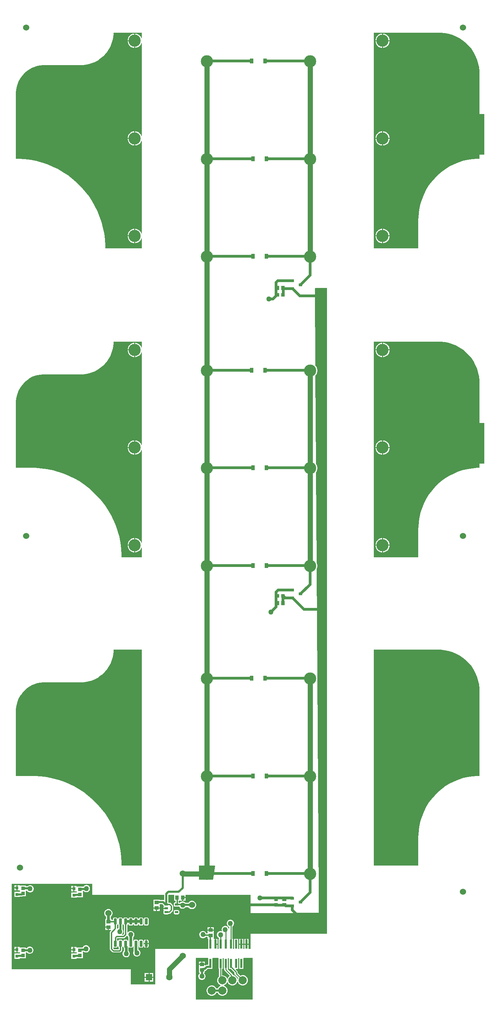
<source format=gbr>
%FSTAX23Y23*%
%MOIN*%
%SFA1B1*%

%IPPOS*%
%AMD12*
4,1,8,-0.015700,0.008900,-0.015700,-0.008900,-0.013800,-0.010800,0.013800,-0.010800,0.015700,-0.008900,0.015700,0.008900,0.013800,0.010800,-0.013800,0.010800,-0.015700,0.008900,0.0*
1,1,0.003898,-0.013800,0.008900*
1,1,0.003898,-0.013800,-0.008900*
1,1,0.003898,0.013800,-0.008900*
1,1,0.003898,0.013800,0.008900*
%
%AMD15*
4,1,8,-0.009800,-0.028500,0.009800,-0.028500,0.011800,-0.026500,0.011800,0.026500,0.009800,0.028500,-0.009800,0.028500,-0.011800,0.026500,-0.011800,-0.026500,-0.009800,-0.028500,0.0*
1,1,0.004016,-0.009800,-0.026500*
1,1,0.004016,0.009800,-0.026500*
1,1,0.004016,0.009800,0.026500*
1,1,0.004016,-0.009800,0.026500*
%
%ADD10R,0.039370X0.035433*%
%ADD11R,0.022079X0.085874*%
G04~CAMADD=12~8~0.0~0.0~216.5~315.0~19.5~0.0~15~0.0~0.0~0.0~0.0~0~0.0~0.0~0.0~0.0~0~0.0~0.0~0.0~90.0~314.0~216.0*
%ADD12D12*%
%ADD13R,0.035433X0.039370*%
%ADD14R,0.037401X0.033465*%
G04~CAMADD=15~8~0.0~0.0~236.2~570.9~20.1~0.0~15~0.0~0.0~0.0~0.0~0~0.0~0.0~0.0~0.0~0~0.0~0.0~0.0~180.0~236.0~570.0*
%ADD15D15*%
%ADD16R,0.031496X0.031496*%
%ADD17R,0.033465X0.037401*%
%ADD18R,0.035433X0.031496*%
%ADD19R,0.035827X0.048031*%
%ADD20C,0.020000*%
%ADD21C,0.025000*%
%ADD22C,0.012000*%
%ADD23C,0.050000*%
%ADD24C,0.010000*%
%ADD25R,0.393700X0.393700*%
%ADD26C,0.060000*%
%ADD27C,0.078740*%
%ADD28R,0.062992X0.062992*%
%ADD29C,0.062992*%
%ADD30C,0.118110*%
%ADD31R,0.039370X0.039370*%
%ADD32C,0.102362*%
%ADD33C,0.050000*%
%LNmain_copper_signal_top-1*%
%LPD*%
G36*
X02401Y09541D02*
X02396Y0954D01*
X02392Y09549*
X02385Y0956*
X02375Y0957*
X02364Y09578*
X02351Y09583*
X02338Y09585*
X02336*
Y09516*
Y09447*
X02338*
X02351Y0945*
X02364Y09455*
X02375Y09463*
X02385Y09472*
X02392Y09484*
X02396Y09493*
X02401Y09492*
Y08596*
X02396Y08595*
X02392Y08604*
X02385Y08615*
X02375Y08625*
X02364Y08633*
X02351Y08638*
X02338Y0864*
X02336*
Y08571*
Y08502*
X02338*
X02351Y08505*
X02364Y0851*
X02375Y08518*
X02385Y08527*
X02392Y08539*
X02396Y08548*
X02401Y08547*
Y07651*
X02396Y0765*
X02392Y07659*
X02385Y07671*
X02375Y0768*
X02364Y07688*
X02351Y07693*
X02338Y07696*
X02336*
Y07627*
Y07557*
X02338*
X02351Y0756*
X02364Y07565*
X02375Y07573*
X02385Y07583*
X02392Y07594*
X02396Y07603*
X02401Y07602*
Y07508*
X02047*
X02046Y07537*
X02043Y07593*
X02035Y0765*
X02024Y07705*
X02009Y0776*
X01991Y07814*
X0197Y07866*
X01944Y07917*
X01916Y07966*
X01885Y08013*
X0185Y08058*
X01813Y08101*
X01773Y08141*
X0173Y08178*
X01685Y08212*
X01638Y08244*
X01589Y08272*
X01538Y08297*
X01486Y08319*
X01432Y08337*
X01377Y08352*
X01322Y08363*
X01265Y0837*
X01209Y08374*
X01181Y08375*
Y08375*
X01181Y09005*
Y09018*
X01183Y09045*
X01189Y09072*
X01196Y09097*
X01207Y09122*
X0122Y09146*
X01235Y09169*
X01252Y0919*
X01271Y09209*
X01292Y09226*
X01314Y09241*
X01338Y09254*
X01363Y09264*
X01389Y09272*
X01416Y09277*
X01443Y0928*
X01456*
X01811Y0928*
X01826Y0928*
X01857Y09283*
X01887Y0929*
X01917Y09299*
X01945Y0931*
X01972Y09325*
X01998Y09342*
X02022Y09362*
X02044Y09384*
X02064Y09407*
X02081Y09433*
X02095Y0946*
X02107Y09489*
X02116Y09519*
X02122Y09549*
X02125Y0958*
X02125Y09595*
X02125*
X02401*
Y09541*
G37*
G36*
X05275Y09595D02*
D01*
X05294*
X05333Y09591*
X05371Y09584*
X05408Y09572*
X05444Y09558*
X05478Y09539*
X0551Y09518*
X0554Y09493*
X05567Y09466*
X05592Y09436*
X05613Y09404*
X05631Y0937*
X05646Y09334*
X05657Y09297*
X05665Y09259*
X05669Y09221*
X05669Y09201*
X05669Y08375*
X05669Y08375*
X05646Y08374*
X05599Y0837*
X05554Y08363*
X05508Y08352*
X05464Y08338*
X05422Y0832*
X0538Y08299*
X05341Y08275*
X05303Y08248*
X05268Y08218*
X05235Y08185*
X05205Y0815*
X05178Y08112*
X05154Y08073*
X05132Y08031*
X05115Y07988*
X051Y07944*
X0509Y07899*
X05082Y07853*
X05079Y07807*
X05078Y07784*
Y07508*
X04645*
Y09595*
X05275*
X05275Y09595*
G37*
G36*
X02401Y06549D02*
X02396Y06548D01*
X02392Y06557*
X02385Y06568*
X02375Y06578*
X02364Y06585*
X02351Y06591*
X02338Y06593*
X02336*
Y06524*
Y06455*
X02338*
X02351Y06458*
X02364Y06463*
X02375Y06471*
X02385Y0648*
X02392Y06491*
X02396Y06501*
X02401Y065*
Y05604*
X02396Y05603*
X02392Y05612*
X02385Y05623*
X02375Y05633*
X02364Y0564*
X02351Y05646*
X02338Y05648*
X02336*
Y05579*
Y0551*
X02338*
X02351Y05513*
X02364Y05518*
X02375Y05526*
X02385Y05535*
X02392Y05547*
X02396Y05556*
X02401Y05555*
Y04659*
X02396Y04658*
X02392Y04667*
X02385Y04678*
X02375Y04688*
X02364Y04696*
X02351Y04701*
X02338Y04703*
X02336*
Y04634*
Y04565*
X02338*
X02351Y04568*
X02364Y04573*
X02375Y04581*
X02385Y0459*
X02392Y04602*
X02396Y04611*
X02401Y0461*
Y04516*
X02204*
X02204Y04545*
X022Y04601*
X02193Y04657*
X02182Y04713*
X02167Y04768*
X02149Y04821*
X02127Y04874*
X02102Y04925*
X02074Y04974*
X02042Y05021*
X02008Y05066*
X0197Y05108*
X0193Y05148*
X01888Y05186*
X01843Y0522*
X01795Y05252*
X01746Y0528*
X01696Y05305*
X01643Y05327*
X0159Y05345*
X01535Y0536*
X01479Y05371*
X01423Y05378*
X01366Y05382*
X01338Y05382*
X01338Y05382*
X01181*
X01181Y06012*
Y06026*
X01183Y06053*
X01189Y06079*
X01196Y06105*
X01207Y0613*
X0122Y06154*
X01235Y06177*
X01252Y06198*
X01271Y06217*
X01292Y06234*
X01314Y06249*
X01338Y06262*
X01363Y06272*
X01389Y0628*
X01416Y06285*
X01443Y06288*
X01456*
X01811*
X01826Y06288*
X01857Y06291*
X01887Y06297*
X01917Y06306*
X01945Y06318*
X01972Y06333*
X01998Y0635*
X02022Y0637*
X02044Y06391*
X02064Y06415*
X02081Y06441*
X02095Y06468*
X02107Y06497*
X02116Y06526*
X02122Y06557*
X02125Y06587*
X02125Y06603*
X02125Y06603*
X02401*
Y06549*
G37*
G36*
X05275Y06603D02*
D01*
X05294*
X05333Y06599*
X05371Y06592*
X05408Y0658*
X05444Y06566*
X05478Y06547*
X0551Y06526*
X0554Y06501*
X05567Y06474*
X05592Y06444*
X05613Y06412*
X05631Y06378*
X05646Y06342*
X05657Y06305*
X05665Y06267*
X05669Y06229*
X05669Y06209*
X05669Y05382*
X05669Y05382*
X05646Y05382*
X05599Y05378*
X05554Y05371*
X05508Y0536*
X05464Y05346*
X05422Y05328*
X0538Y05307*
X05341Y05283*
X05303Y05256*
X05268Y05226*
X05235Y05193*
X05205Y05158*
X05178Y0512*
X05154Y0508*
X05132Y05039*
X05115Y04996*
X051Y04952*
X0509Y04907*
X05082Y04861*
X05079Y04815*
X05078Y04792*
Y04516*
X04645*
Y06603*
X05275*
X05275Y06603*
G37*
G36*
X02401Y01535D02*
X02204D01*
X02204Y01563*
X022Y0162*
X02193Y01676*
X02182Y01732*
X02167Y01786*
X02149Y0184*
X02127Y01892*
X02102Y01943*
X02074Y01992*
X02042Y02039*
X02008Y02084*
X0197Y02127*
X0193Y02167*
X01888Y02204*
X01843Y02239*
X01795Y0227*
X01746Y02299*
X01696Y02324*
X01643Y02346*
X0159Y02364*
X01535Y02378*
X01479Y0239*
X01423Y02397*
X01366Y02401*
X01338Y02401*
X01338*
X01181*
X01181Y03031*
Y03045*
X01183Y03071*
X01189Y03098*
X01196Y03124*
X01207Y03149*
X0122Y03173*
X01235Y03195*
X01252Y03216*
X01271Y03235*
X01292Y03253*
X01314Y03268*
X01338Y0328*
X01363Y03291*
X01389Y03299*
X01416Y03304*
X01443Y03307*
X01456*
X01811*
X01826Y03307*
X01857Y0331*
X01887Y03316*
X01917Y03325*
X01945Y03337*
X01972Y03351*
X01998Y03369*
X02022Y03388*
X02044Y0341*
X02064Y03434*
X02081Y0346*
X02095Y03487*
X02107Y03515*
X02116Y03545*
X02122Y03575*
X02125Y03606*
X02125Y03622*
X02125*
X02401*
Y01535*
G37*
G36*
X05275Y03622D02*
D01*
X05294*
X05333Y03618*
X05371Y0361*
X05408Y03599*
X05444Y03584*
X05478Y03566*
X0551Y03544*
X0554Y0352*
X05567Y03493*
X05592Y03463*
X05613Y0343*
X05631Y03396*
X05646Y03361*
X05657Y03324*
X05665Y03286*
X05669Y03247*
X05669Y03228*
X05669Y02401*
X05669*
X05646Y02401*
X05599Y02397*
X05554Y0239*
X05508Y02379*
X05464Y02365*
X05422Y02347*
X0538Y02326*
X05341Y02302*
X05303Y02274*
X05268Y02244*
X05235Y02211*
X05205Y02176*
X05178Y02139*
X05154Y02099*
X05132Y02058*
X05115Y02015*
X051Y01971*
X0509Y01926*
X05082Y0188*
X05079Y01834*
X05078Y01811*
Y01535*
X04645*
Y03622*
X05275*
X05275Y03622*
G37*
G36*
X03109Y01531D02*
X03089Y01397D01*
X02952*
Y01535*
X03106*
X03109Y01531*
G37*
G36*
X04194Y00875D02*
X04114D01*
X03454*
Y00728*
X03434*
Y00767*
X03413*
Y00772*
Y00767*
X03392*
Y00728*
X03384*
Y00767*
X03363*
X03342*
Y00728*
X03334*
Y00825*
X03292*
Y00728*
X03284*
Y00825*
X03278*
Y00945*
X03279Y00946*
X03285Y00952*
X0329Y0096*
X03292Y00969*
Y00979*
X0329Y00987*
X03285Y00995*
X03279Y01002*
X03271Y01007*
X03262Y01009*
X03253*
X03244Y01007*
X03236Y01002*
X03229Y00995*
X03225Y00987*
X03222Y00979*
Y00969*
X03225Y0096*
X03229Y00952*
X03236Y00946*
X03244Y00941*
X03247Y0094*
Y00923*
X03242Y00922*
X03241Y00928*
X03236Y00936*
X0323Y00943*
X03222Y00947*
X03213Y0095*
X03204*
X03195Y00947*
X03187Y00943*
X0318Y00936*
X03176Y00928*
X03173Y00919*
Y0091*
X03175Y00902*
X03174Y009*
X03172Y00898*
X03167Y00899*
X03157*
X03149Y00897*
X03141Y00892*
X03134Y00886*
X03129Y00878*
X03127Y00869*
Y0086*
X03129Y00851*
X03134Y00843*
X03141Y00836*
X03147Y00832*
Y00825*
X03142*
Y00728*
X03134*
Y00767*
X03113*
Y00772*
X03108*
Y00825*
X03099*
X03095Y00828*
Y00881*
Y00904*
X03036*
Y00877*
X03025*
X03024Y00879*
X0302Y00887*
X03013Y00894*
X03005Y00898*
X02996Y00901*
X02987*
X02978Y00898*
X0297Y00894*
X02964Y00887*
X02959Y00879*
X02957Y0087*
Y00861*
X02959Y00852*
X02964Y00844*
X0297Y00838*
X02978Y00833*
X02987Y00831*
X02996*
X03005Y00833*
X03013Y00838*
X0302Y00844*
X0302Y00844*
X03036*
Y00828*
X03038*
X03042Y00825*
Y00728*
X02529*
Y00383*
X02293*
Y00531*
X01141*
Y01358*
X01919*
Y0125*
X02617*
Y01203*
X02612Y012*
X02607Y01201*
X02572*
Y01204*
X02512*
Y01148*
Y01128*
X02542*
X02572*
Y01148*
Y0116*
X02598*
X02609Y01149*
Y01148*
X0261Y01143*
X02611Y01142*
X02613Y01138*
X02611Y01135*
X0261Y01133*
X02609Y01128*
Y01125*
X02635*
Y01115*
X02609*
Y01111*
X0261Y01106*
X02611Y01105*
X02613Y01101*
X02611Y01097*
X0261Y01096*
X02609Y01091*
Y01073*
X0261Y01069*
X02613Y01065*
X02617Y01062*
X02622Y01061*
X02649*
X02654Y01062*
X02658Y01065*
X02659Y01066*
X02667*
X02673Y01067*
X02678Y01071*
X02698Y0109*
X02702Y01096*
X02703Y01102*
Y01141*
X02702Y01147*
X02698Y01153*
X02682Y01169*
X02677Y01172*
X02671Y01173*
X02659*
X02658Y01174*
X02658Y01175*
Y0125*
X02714*
Y01195*
X02725*
Y01178*
X02722*
X02717Y01177*
X02713Y01174*
X02711Y01171*
X0271Y01166*
Y01148*
X02711Y01143*
X02713Y01139*
X02717Y01137*
X02722Y01136*
X0275*
X02754Y01137*
X02757Y01139*
X02761Y01138*
X02762Y01137*
X02767Y0113*
X02773Y01123*
X02781Y01118*
X0279Y01116*
X02799*
X02808Y01118*
X02816Y01123*
X02823Y0113*
X02824Y01131*
X02851*
X02853Y01128*
X0286Y0112*
X0287Y01115*
X0288Y01112*
X0289*
X029Y01115*
X0291Y0112*
X02917Y01128*
X02922Y01137*
X02925Y01147*
Y01157*
X02922Y01168*
X02917Y01177*
X0291Y01184*
X029Y01189*
X0289Y01192*
X0288*
X0287Y01189*
X0286Y01184*
X02853Y01177*
X0285Y01172*
X02823*
X02823Y01173*
X02816Y01179*
X02808Y01184*
X02799Y01186*
X0279*
X02781Y01184*
X02773Y01179*
X02767Y01173*
X02759*
X02758Y01174*
X02758Y01175*
Y01195*
X0279*
Y01224*
X02795*
Y01229*
X02822*
Y0125*
X03454*
Y01072*
X04114*
Y01256*
X04094Y04405*
X04097Y04414*
X041Y04428*
Y04441*
X04097Y04455*
X04093Y04465*
X04087Y0534*
X04092Y05347*
X04097Y05359*
X041Y05373*
Y05386*
X04097Y05399*
X04092Y05412*
X04087Y0542*
X04081Y06277*
X04085Y0628*
X04092Y06291*
X04097Y06304*
X041Y06317*
Y06331*
X04097Y06344*
X04092Y06357*
X04085Y06368*
X04081Y06372*
X04076Y07119*
X0408Y07122*
X04194*
Y00875*
G37*
G36*
X03474Y00236D02*
X02923D01*
Y00639*
X03037*
X03042Y00638*
Y00634*
Y00573*
X0303*
X0303*
X03022Y00571*
X03016Y00568*
X03011Y0057*
Y00572*
X02952*
Y0055*
Y00496*
X02961*
Y00491*
X0296Y0049*
X02954Y00484*
X02949Y00476*
X02947Y00467*
Y00457*
X02949Y00449*
X02954Y00441*
X0296Y00434*
X02968Y00429*
X02977Y00427*
X02986*
X02995Y00429*
X03003Y00434*
X0301Y00441*
X03014Y00449*
X03017Y00457*
Y00467*
X03014Y00476*
X0301Y00484*
X03003Y0049*
X03002Y00491*
Y00496*
X03011*
Y00512*
X03017Y00513*
X03023Y00517*
X03038Y00532*
X03062*
X03064Y00533*
X03084*
Y00634*
Y00638*
X03088Y00639*
X03137*
X03142Y00638*
Y00634*
Y00533*
X03147*
Y0046*
X0314Y00452*
X03133Y00441*
X0313Y00428*
Y00415*
X03133Y00403*
X0314Y00392*
X03149Y00382*
X0316Y00376*
X03163Y00375*
Y0037*
X0316Y0037*
X03149Y00363*
X0314Y00354*
X03134Y00344*
X03123*
X03117Y00354*
X03108Y00363*
X03097Y0037*
X03084Y00373*
X03071*
X03059Y0037*
X03048Y00363*
X03038Y00354*
X03032Y00343*
X03028Y0033*
Y00317*
X03032Y00304*
X03038Y00293*
X03048Y00284*
X03059Y00278*
X03071Y00274*
X03084*
X03097Y00278*
X03108Y00284*
X03117Y00293*
X03123Y00303*
X03134*
X0314Y00293*
X03149Y00284*
X0316Y00278*
X03173Y00274*
X03186*
X03198Y00278*
X0321Y00284*
X03219Y00293*
X03225Y00304*
X03229Y00317*
Y0033*
X03225Y00343*
X03219Y00354*
X0321Y00363*
X03198Y0037*
X03196Y0037*
Y00375*
X03198Y00376*
X0321Y00382*
X03219Y00392*
X03225Y00403*
X03226Y00406*
X03231*
X03232Y00404*
X03238Y00393*
X03248Y00384*
X03259Y00378*
X03271Y00374*
X03284*
X03297Y00378*
X03308Y00384*
X03317Y00393*
X03324Y00404*
X03325Y0041*
X0333*
X03332Y00404*
X03338Y00393*
X03348Y00384*
X03359Y00378*
X03371Y00374*
X03384*
X03397Y00378*
X03408Y00384*
X03417Y00393*
X03424Y00404*
X03427Y00417*
Y0043*
X03424Y00443*
X03417Y00454*
X03408Y00463*
X03397Y0047*
X03384Y00473*
X03371*
X03359Y0047*
X03355Y00468*
X03327Y00496*
Y00504*
X03326Y0051*
X03323Y00515*
X0331Y00528*
X03312Y00533*
X03334*
Y00636*
X03338Y00638*
X03342Y00636*
Y00533*
X03384*
Y00634*
Y00638*
X03388Y00639*
X03474*
Y00236*
G37*
G36*
X03192Y00636D02*
Y00533D01*
X03197*
Y00526*
X03199Y00521*
X03202Y00516*
X03249Y00468*
X03248Y00464*
X03247Y00463*
X03238Y00454*
X03232Y00443*
X03231Y00439*
X03226*
X03225Y00441*
X03219Y00452*
X0321Y00461*
X03198Y00468*
X03186Y00471*
X03178*
Y00533*
X03184*
Y00636*
X03188Y00638*
X03192Y00636*
G37*
G36*
X03242D02*
Y00533D01*
X03262*
X03297Y00498*
Y00489*
X03298Y00483*
X03301Y00478*
X03334Y00446*
X03332Y00443*
X0333Y00437*
X03325*
X03324Y00443*
X03317Y00454*
X03308Y00463*
X03297Y0047*
X03284Y00473*
X03283*
X03282Y00477*
X03279Y00482*
X03232Y00529*
X03234Y00533*
Y00636*
X03238Y00638*
X03242Y00636*
G37*
%LNmain_copper_signal_top-2*%
%LPC*%
G36*
X02326Y09585D02*
X02324D01*
X02311Y09583*
X02298Y09578*
X02287Y0957*
X02277Y0956*
X0227Y09549*
X02265Y09536*
X02262Y09523*
Y09521*
X02326*
Y09585*
G37*
G36*
Y09511D02*
X02262D01*
Y0951*
X02265Y09496*
X0227Y09484*
X02277Y09472*
X02287Y09463*
X02298Y09455*
X02311Y0945*
X02324Y09447*
X02326*
Y09511*
G37*
G36*
X01386Y08719D02*
X01382D01*
Y08616*
X01486*
Y08619*
X01483Y08636*
X01478Y08652*
X0147Y08668*
X0146Y08681*
X01448Y08694*
X01434Y08704*
X01419Y08711*
X01403Y08717*
X01386Y08719*
G37*
G36*
X01372D02*
X01369D01*
X01352Y08717*
X01336Y08711*
X01321Y08704*
X01307Y08694*
X01295Y08681*
X01285Y08668*
X01277Y08652*
X01272Y08636*
X01269Y08619*
Y08616*
X01372*
Y08719*
G37*
G36*
X02326Y0864D02*
X02324D01*
X02311Y08638*
X02298Y08633*
X02287Y08625*
X02277Y08615*
X0227Y08604*
X02265Y08592*
X02262Y08578*
Y08576*
X02326*
Y0864*
G37*
G36*
X01486Y08606D02*
X01382D01*
Y08502*
X01386*
X01403Y08505*
X01419Y0851*
X01434Y08518*
X01448Y08528*
X0146Y0854*
X0147Y08554*
X01478Y08569*
X01483Y08585*
X01486Y08602*
Y08606*
G37*
G36*
X01372D02*
X01269D01*
Y08602*
X01272Y08585*
X01277Y08569*
X01285Y08554*
X01295Y0854*
X01307Y08528*
X01321Y08518*
X01336Y0851*
X01352Y08505*
X01369Y08502*
X01372*
Y08606*
G37*
G36*
X02326Y08566D02*
X02262D01*
Y08565*
X02265Y08551*
X0227Y08539*
X02277Y08527*
X02287Y08518*
X02298Y0851*
X02311Y08505*
X02324Y08502*
X02326*
Y08566*
G37*
G36*
Y07696D02*
X02324D01*
X02311Y07693*
X02298Y07688*
X02287Y0768*
X02277Y07671*
X0227Y07659*
X02265Y07647*
X02262Y07633*
Y07632*
X02326*
Y07696*
G37*
G36*
Y07622D02*
X02262D01*
Y0762*
X02265Y07606*
X0227Y07594*
X02277Y07583*
X02287Y07573*
X02298Y07565*
X02311Y0756*
X02324Y07557*
X02326*
Y07622*
G37*
G36*
X04738Y09585D02*
X04736D01*
Y09521*
X048*
Y09523*
X04797Y09536*
X04792Y09549*
X04785Y0956*
X04775Y0957*
X04764Y09578*
X04751Y09583*
X04738Y09585*
G37*
G36*
X04726D02*
X04724D01*
X04711Y09583*
X04698Y09578*
X04687Y0957*
X04677Y0956*
X0467Y09549*
X04665Y09536*
X04662Y09523*
Y09521*
X04726*
Y09585*
G37*
G36*
X048Y09511D02*
X04736D01*
Y09447*
X04738*
X04751Y0945*
X04764Y09455*
X04775Y09463*
X04785Y09472*
X04792Y09484*
X04797Y09496*
X048Y0951*
Y09511*
G37*
G36*
X04726D02*
X04662D01*
Y0951*
X04665Y09496*
X0467Y09484*
X04677Y09472*
X04687Y09463*
X04698Y09455*
X04711Y0945*
X04724Y09447*
X04726*
Y09511*
G37*
G36*
X05528Y08719D02*
X05524D01*
Y08616*
X05628*
Y08619*
X05625Y08636*
X0562Y08652*
X05612Y08668*
X05602Y08681*
X0559Y08694*
X05576Y08704*
X05561Y08711*
X05545Y08717*
X05528Y08719*
G37*
G36*
X05514D02*
X05511D01*
X05494Y08717*
X05478Y08711*
X05462Y08704*
X05449Y08694*
X05436Y08681*
X05426Y08668*
X05419Y08652*
X05413Y08636*
X05411Y08619*
Y08616*
X05514*
Y08719*
G37*
G36*
X04738Y0864D02*
X04736D01*
Y08576*
X048*
Y08578*
X04797Y08592*
X04792Y08604*
X04785Y08615*
X04775Y08625*
X04764Y08633*
X04751Y08638*
X04738Y0864*
G37*
G36*
X04726D02*
X04724D01*
X04711Y08638*
X04698Y08633*
X04687Y08625*
X04677Y08615*
X0467Y08604*
X04665Y08592*
X04662Y08578*
Y08576*
X04726*
Y0864*
G37*
G36*
X05628Y08606D02*
X05524D01*
Y08502*
X05528*
X05545Y08505*
X05561Y0851*
X05576Y08518*
X0559Y08528*
X05602Y0854*
X05612Y08554*
X0562Y08569*
X05625Y08585*
X05628Y08602*
Y08606*
G37*
G36*
X05514D02*
X05411D01*
Y08602*
X05413Y08585*
X05419Y08569*
X05426Y08554*
X05436Y0854*
X05449Y08528*
X05462Y08518*
X05478Y0851*
X05494Y08505*
X05511Y08502*
X05514*
Y08606*
G37*
G36*
X048Y08566D02*
X04736D01*
Y08502*
X04738*
X04751Y08505*
X04764Y0851*
X04775Y08518*
X04785Y08527*
X04792Y08539*
X04797Y08551*
X048Y08565*
Y08566*
G37*
G36*
X04726D02*
X04662D01*
Y08565*
X04665Y08551*
X0467Y08539*
X04677Y08527*
X04687Y08518*
X04698Y0851*
X04711Y08505*
X04724Y08502*
X04726*
Y08566*
G37*
G36*
X04738Y07696D02*
X04736D01*
Y07632*
X048*
Y07633*
X04797Y07647*
X04792Y07659*
X04785Y07671*
X04775Y0768*
X04764Y07688*
X04751Y07693*
X04738Y07696*
G37*
G36*
X04726D02*
X04724D01*
X04711Y07693*
X04698Y07688*
X04687Y0768*
X04677Y07671*
X0467Y07659*
X04665Y07647*
X04662Y07633*
Y07632*
X04726*
Y07696*
G37*
G36*
X048Y07622D02*
X04736D01*
Y07557*
X04738*
X04751Y0756*
X04764Y07565*
X04775Y07573*
X04785Y07583*
X04792Y07594*
X04797Y07606*
X048Y0762*
Y07622*
G37*
G36*
X04726D02*
X04662D01*
Y0762*
X04665Y07606*
X0467Y07594*
X04677Y07583*
X04687Y07573*
X04698Y07565*
X04711Y0756*
X04724Y07557*
X04726*
Y07622*
G37*
G36*
X02326Y06593D02*
X02324D01*
X02311Y06591*
X02298Y06585*
X02287Y06578*
X02277Y06568*
X0227Y06557*
X02265Y06544*
X02262Y06531*
Y06529*
X02326*
Y06593*
G37*
G36*
Y06519D02*
X02262D01*
Y06517*
X02265Y06504*
X0227Y06491*
X02277Y0648*
X02287Y06471*
X02298Y06463*
X02311Y06458*
X02324Y06455*
X02326*
Y06519*
G37*
G36*
X01386Y05727D02*
X01382D01*
Y05624*
X01486*
Y05627*
X01483Y05644*
X01478Y0566*
X0147Y05676*
X0146Y05689*
X01448Y05701*
X01434Y05711*
X01419Y05719*
X01403Y05724*
X01386Y05727*
G37*
G36*
X01372D02*
X01369D01*
X01352Y05724*
X01336Y05719*
X01321Y05711*
X01307Y05701*
X01295Y05689*
X01285Y05676*
X01277Y0566*
X01272Y05644*
X01269Y05627*
Y05624*
X01372*
Y05727*
G37*
G36*
X02326Y05648D02*
X02324D01*
X02311Y05646*
X02298Y0564*
X02287Y05633*
X02277Y05623*
X0227Y05612*
X02265Y05599*
X02262Y05586*
Y05584*
X02326*
Y05648*
G37*
G36*
X01486Y05614D02*
X01382D01*
Y0551*
X01386*
X01403Y05513*
X01419Y05518*
X01434Y05526*
X01448Y05536*
X0146Y05548*
X0147Y05562*
X01478Y05577*
X01483Y05593*
X01486Y0561*
Y05614*
G37*
G36*
X01372D02*
X01269D01*
Y0561*
X01272Y05593*
X01277Y05577*
X01285Y05562*
X01295Y05548*
X01307Y05536*
X01321Y05526*
X01336Y05518*
X01352Y05513*
X01369Y0551*
X01372*
Y05614*
G37*
G36*
X02326Y05574D02*
X02262D01*
Y05573*
X02265Y05559*
X0227Y05547*
X02277Y05535*
X02287Y05526*
X02298Y05518*
X02311Y05513*
X02324Y0551*
X02326*
Y05574*
G37*
G36*
Y04703D02*
X02324D01*
X02311Y04701*
X02298Y04696*
X02287Y04688*
X02277Y04678*
X0227Y04667*
X02265Y04655*
X02262Y04641*
Y04639*
X02326*
Y04703*
G37*
G36*
Y04629D02*
X02262D01*
Y04628*
X02265Y04614*
X0227Y04602*
X02277Y0459*
X02287Y04581*
X02298Y04573*
X02311Y04568*
X02324Y04565*
X02326*
Y04629*
G37*
G36*
X04738Y06593D02*
X04736D01*
Y06529*
X048*
Y06531*
X04797Y06544*
X04792Y06557*
X04785Y06568*
X04775Y06578*
X04764Y06585*
X04751Y06591*
X04738Y06593*
G37*
G36*
X04726D02*
X04724D01*
X04711Y06591*
X04698Y06585*
X04687Y06578*
X04677Y06568*
X0467Y06557*
X04665Y06544*
X04662Y06531*
Y06529*
X04726*
Y06593*
G37*
G36*
X048Y06519D02*
X04736D01*
Y06455*
X04738*
X04751Y06458*
X04764Y06463*
X04775Y06471*
X04785Y0648*
X04792Y06491*
X04797Y06504*
X048Y06517*
Y06519*
G37*
G36*
X04726D02*
X04662D01*
Y06517*
X04665Y06504*
X0467Y06491*
X04677Y0648*
X04687Y06471*
X04698Y06463*
X04711Y06458*
X04724Y06455*
X04726*
Y06519*
G37*
G36*
X05528Y05727D02*
X05524D01*
Y05624*
X05628*
Y05627*
X05625Y05644*
X0562Y0566*
X05612Y05676*
X05602Y05689*
X0559Y05701*
X05576Y05711*
X05561Y05719*
X05545Y05724*
X05528Y05727*
G37*
G36*
X05514D02*
X05511D01*
X05494Y05724*
X05478Y05719*
X05462Y05711*
X05449Y05701*
X05436Y05689*
X05426Y05676*
X05419Y0566*
X05413Y05644*
X05411Y05627*
Y05624*
X05514*
Y05727*
G37*
G36*
X04738Y05648D02*
X04736D01*
Y05584*
X048*
Y05586*
X04797Y05599*
X04792Y05612*
X04785Y05623*
X04775Y05633*
X04764Y0564*
X04751Y05646*
X04738Y05648*
G37*
G36*
X04726D02*
X04724D01*
X04711Y05646*
X04698Y0564*
X04687Y05633*
X04677Y05623*
X0467Y05612*
X04665Y05599*
X04662Y05586*
Y05584*
X04726*
Y05648*
G37*
G36*
X05628Y05614D02*
X05524D01*
Y0551*
X05528*
X05545Y05513*
X05561Y05518*
X05576Y05526*
X0559Y05536*
X05602Y05548*
X05612Y05562*
X0562Y05577*
X05625Y05593*
X05628Y0561*
Y05614*
G37*
G36*
X05514D02*
X05411D01*
Y0561*
X05413Y05593*
X05419Y05577*
X05426Y05562*
X05436Y05548*
X05449Y05536*
X05462Y05526*
X05478Y05518*
X05494Y05513*
X05511Y0551*
X05514*
Y05614*
G37*
G36*
X048Y05574D02*
X04736D01*
Y0551*
X04738*
X04751Y05513*
X04764Y05518*
X04775Y05526*
X04785Y05535*
X04792Y05547*
X04797Y05559*
X048Y05573*
Y05574*
G37*
G36*
X04726D02*
X04662D01*
Y05573*
X04665Y05559*
X0467Y05547*
X04677Y05535*
X04687Y05526*
X04698Y05518*
X04711Y05513*
X04724Y0551*
X04726*
Y05574*
G37*
G36*
X04738Y04703D02*
X04736D01*
Y04639*
X048*
Y04641*
X04797Y04655*
X04792Y04667*
X04785Y04678*
X04775Y04688*
X04764Y04696*
X04751Y04701*
X04738Y04703*
G37*
G36*
X04726D02*
X04724D01*
X04711Y04701*
X04698Y04696*
X04687Y04688*
X04677Y04678*
X0467Y04667*
X04665Y04655*
X04662Y04641*
Y04639*
X04726*
Y04703*
G37*
G36*
X048Y04629D02*
X04736D01*
Y04565*
X04738*
X04751Y04568*
X04764Y04573*
X04775Y04581*
X04785Y0459*
X04792Y04602*
X04797Y04614*
X048Y04628*
Y04629*
G37*
G36*
X04726D02*
X04662D01*
Y04628*
X04665Y04614*
X0467Y04602*
X04677Y0459*
X04687Y04581*
X04698Y04573*
X04711Y04568*
X04724Y04565*
X04726*
Y04629*
G37*
G36*
X01868Y01346D02*
X01859D01*
X0185Y01344*
X01842Y01339*
X01835Y01332*
X01834Y0133*
X01829Y01331*
Y01331*
X01772*
X01771*
X01767Y01334*
Y01336*
X01747*
Y01311*
Y01285*
X01766*
X01767*
X01771Y01282*
Y01276*
X01767Y01273*
X01716*
Y01222*
X01767*
Y01224*
X01771Y01227*
X01829*
Y01287*
X01837*
X01842Y01283*
X0185Y01278*
X01859Y01276*
X01868*
X01877Y01278*
X01885Y01283*
X01891Y01289*
X01896Y01297*
X01898Y01306*
Y01316*
X01896Y01324*
X01891Y01332*
X01885Y01339*
X01877Y01344*
X01868Y01346*
G37*
G36*
X01185Y01344D02*
X01165D01*
Y01323*
X01185*
Y01344*
G37*
G36*
X01737Y01336D02*
X01716D01*
Y01316*
X01737*
Y01336*
G37*
G36*
X01185Y01313D02*
X01165D01*
Y01293*
X01185*
Y01313*
G37*
G36*
X01737Y01306D02*
X01716D01*
Y01285*
X01737*
Y01306*
G37*
G36*
X01216Y01344D02*
X01195D01*
Y01318*
Y01293*
X01215*
X01216*
X0122Y0129*
Y01283*
X01216Y01281*
X01165*
Y0123*
X01216*
Y01235*
X01239*
X01247Y01237*
X01278*
Y01291*
X01288*
X0129Y01287*
X01297Y01281*
X01305Y01276*
X01314Y01274*
X01323*
X01332Y01276*
X0134Y01281*
X01346Y01287*
X01351Y01295*
X01353Y01304*
Y01313*
X01351Y01322*
X01346Y0133*
X0134Y01337*
X01332Y01341*
X01323Y01344*
X01314*
X01305Y01341*
X01297Y01337*
X01292Y01332*
X01278*
Y01341*
X01221*
X0122Y01341*
X01216Y01343*
Y01344*
G37*
G36*
X02822Y01219D02*
X028D01*
Y01195*
X02822*
Y01219*
G37*
G36*
X02572Y01118D02*
X02547D01*
Y01095*
X02572*
Y01118*
G37*
G36*
X02537D02*
X02512D01*
Y01095*
X02537*
Y01118*
G37*
G36*
X0275Y01103D02*
X02722D01*
X02717Y01102*
X02713Y011*
X02711Y01096*
X0271Y01091*
Y01073*
X02711Y01069*
X02713Y01065*
X02717Y01062*
X02722Y01061*
X0275*
X02754Y01062*
X02758Y01065*
X02761Y01069*
X02762Y01073*
Y01091*
X02761Y01096*
X02758Y011*
X02754Y01102*
X0275Y01103*
G37*
G36*
X02453Y01031D02*
X02433D01*
X02428Y0103*
X02424Y01028*
X02422Y01024*
X02421Y01019*
Y00966*
X02422Y00961*
X02424Y00957*
X02428Y00955*
X02433Y00954*
X02453*
X02457Y00955*
X02461Y00957*
X02464Y00961*
X02465Y00966*
Y01019*
X02464Y01024*
X02461Y01028*
X02457Y0103*
X02453Y01031*
G37*
G36*
X02082Y01112D02*
X02071D01*
X02061Y0111*
X02052Y01104*
X02044Y01097*
X02039Y01088*
X02036Y01078*
Y01067*
X02039Y01057*
X02044Y01048*
X02052Y0104*
X02053Y01039*
Y01018*
X02047*
Y00963*
Y00942*
X02076*
Y00937*
X02081*
Y0091*
X021*
X02102Y00905*
X02094Y00897*
X02091Y00892*
X02089Y00885*
Y00728*
X02091Y00722*
X02094Y00716*
X02114Y00697*
X02119Y00693*
X02125Y00692*
X02185*
X02191Y00693*
X02196Y00697*
X02206Y00706*
X02209Y00712*
X02211Y00718*
Y00742*
X02211Y00743*
X02214Y00747*
X02215Y00752*
Y00805*
X02214Y00809*
X02211Y00813*
X02207Y00816*
X02203Y00817*
X02183*
X02178Y00816*
X02174Y00813*
X02172Y00809*
X02171Y00805*
Y00752*
X02172Y00747*
X02174Y00743*
X02178Y0074*
Y00725*
X02178Y00724*
X02132*
X02123Y00734*
X02123Y00738*
X02128Y00741*
X02128Y0074*
X02133Y00739*
X02153*
X02157Y0074*
X02161Y00743*
X02164Y00747*
X02165Y00752*
Y00805*
X02164Y00809*
X02161Y00813*
Y00829*
X02162Y0083*
X02224*
X0223Y00831*
X02235Y00834*
X02254Y00853*
X02255Y00854*
X0226Y00853*
X0226Y00852*
X02265Y00844*
X0227Y00839*
Y00792*
X02265Y0079*
X02265Y0079*
Y00805*
X02264Y00809*
X02261Y00813*
X02257Y00816*
X02253Y00817*
X02233*
X02228Y00816*
X02224Y00813*
X02222Y00809*
X02221Y00805*
Y00783*
X0222Y00778*
X02221Y00775*
Y00748*
X02222Y00739*
X02226Y00734*
Y00707*
X02221Y00702*
X02216Y00694*
X02214Y00685*
Y00676*
X02216Y00667*
X02221Y00659*
X02227Y00653*
X02235Y00648*
X02244Y00646*
X02253*
X02262Y00648*
X0227Y00653*
X02277Y00659*
X02281Y00667*
X02284Y00676*
Y00685*
X02281Y00694*
X02277Y00702*
X02271Y00707*
Y00739*
X02276Y00741*
X02278Y0074*
X02283Y00739*
X02303*
X02307Y0074*
X02311Y00743*
X02314Y00747*
X02315Y00752*
Y00769*
X02315Y00769*
X0232Y00766*
Y00704*
X0232Y00703*
X02319Y00702*
X02317Y00693*
Y00684*
X02319Y00675*
X02324Y00667*
X0233Y0066*
X02338Y00656*
X02347Y00653*
X02356*
X02365Y00656*
X02373Y0066*
X0238Y00667*
X02384Y00675*
X02387Y00684*
Y00693*
X02384Y00702*
X0238Y0071*
X02373Y00716*
X02366Y00721*
Y00778*
X02365Y00783*
Y00805*
X02364Y00809*
X02361Y00813*
X02357Y00816*
X02353Y00817*
X02333*
X02328Y00816*
X02324Y00813*
X02322Y00809*
X02321Y00805*
Y00787*
X02321Y00787*
X02316Y0079*
Y00839*
X02321Y00844*
X02325Y00852*
X02328Y00861*
Y0087*
X02325Y00879*
X02321Y00887*
X02314Y00894*
X02306Y00898*
X02297Y00901*
X02288*
X02279Y00898*
X02271Y00894*
X02265Y00887*
X02264Y00886*
X02259Y00887*
Y00956*
X02261Y00957*
X02264Y00961*
X02265Y00966*
Y0097*
X02271*
Y00966*
X02272Y00961*
X02274Y00957*
X02278Y00955*
X02283Y00954*
X02303*
X02307Y00955*
X02311Y00957*
X02314Y00961*
X02315Y00966*
Y0097*
X02321*
Y00966*
X02322Y00961*
X02324Y00957*
X02328Y00955*
X02333Y00954*
X02353*
X02357Y00955*
X02361Y00957*
X02364Y00961*
X02365Y00966*
Y0097*
X02371*
Y00966*
X02372Y00961*
X02374Y00957*
X02378Y00955*
X02383Y00954*
X02403*
X02407Y00955*
X02411Y00957*
X02414Y00961*
X02415Y00966*
Y00988*
X02416Y00993*
X02415Y00997*
Y01019*
X02414Y01024*
X02411Y01028*
X02407Y0103*
X02403Y01031*
X02383*
X02378Y0103*
X02374Y01028*
X02372Y01024*
X02371Y01019*
Y01016*
X02365*
Y01019*
X02364Y01024*
X02361Y01028*
X02357Y0103*
X02353Y01031*
X02333*
X02328Y0103*
X02324Y01028*
X02322Y01024*
X02321Y01019*
Y01016*
X02315*
Y01019*
X02314Y01024*
X02311Y01028*
X02307Y0103*
X02303Y01031*
X02283*
X02278Y0103*
X02274Y01028*
X02272Y01024*
X02271Y01019*
Y01016*
X02265*
Y01019*
X02264Y01024*
X02261Y01028*
X02257Y0103*
X02253Y01031*
X02233*
X02228Y0103*
X02224Y01028*
X02222Y01024*
X02221Y01019*
Y00997*
X0222Y00993*
X02221Y00988*
Y00966*
X02222Y00961*
X02224Y00957*
X02226Y00956*
Y00872*
X02217Y00862*
X02208*
X02206Y00867*
X02206Y00867*
X02213Y00874*
X02217Y00882*
X0222Y00891*
Y009*
X02217Y00909*
X02213Y00916*
Y0096*
X02214Y00961*
X02215Y00966*
Y01019*
X02214Y01024*
X02211Y01028*
X02207Y0103*
X02203Y01031*
X02183*
X02178Y0103*
X02174Y01028*
X02172Y01024*
X02171Y01019*
Y00966*
X02172Y00961*
X02172Y0096*
Y00928*
X02171Y00928*
X02164Y00924*
X02161Y00925*
X02159Y00926*
Y00956*
X02161Y00957*
X02164Y00961*
X02165Y00966*
Y01019*
X02164Y01024*
X02161Y01028*
X02157Y0103*
X02153Y01031*
X02133*
X02128Y0103*
X02124Y01028*
X02122Y01024*
X02121Y01019*
Y01007*
X02106*
Y01018*
X02099*
Y01039*
X02101Y0104*
X02108Y01048*
X02114Y01057*
X02116Y01067*
Y01078*
X02114Y01088*
X02108Y01097*
X02101Y01104*
X02092Y0111*
X02082Y01112*
G37*
G36*
X03095Y00937D02*
X0307D01*
Y00914*
X03095*
Y00937*
G37*
G36*
X0306D02*
X03036D01*
Y00914*
X0306*
Y00937*
G37*
G36*
X02071Y00932D02*
X02047D01*
Y0091*
X02071*
Y00932*
G37*
G36*
X02453Y00817D02*
X02448D01*
Y00783*
X02465*
Y00805*
X02464Y00809*
X02461Y00813*
X02457Y00816*
X02453Y00817*
G37*
G36*
X02438D02*
X02433D01*
X02428Y00816*
X02424Y00813*
X02422Y00809*
X02421Y00805*
Y00783*
X02438*
Y00817*
G37*
G36*
X03384Y00825D02*
X03368D01*
Y00777*
X03384*
Y00825*
G37*
G36*
X03358D02*
X03342D01*
Y00777*
X03358*
Y00825*
G37*
G36*
X03434D02*
X03418D01*
Y00777*
X03434*
Y00825*
G37*
G36*
X03408D02*
X03392D01*
Y00777*
X03408*
Y00825*
G37*
G36*
X03134D02*
X03118D01*
Y00777*
X03134*
Y00825*
G37*
G36*
X01864Y00763D02*
X01855D01*
X01846Y0076*
X01838Y00756*
X01832Y00749*
X01827Y00741*
X01827Y00741*
X01807*
X01805Y00741*
X01772*
X01771*
X01767Y00743*
Y00746*
X01747*
Y0072*
Y00694*
X01766*
X01767*
X01771Y00692*
Y00685*
X01767Y00683*
X01716*
Y00631*
X01767*
Y00634*
X01771Y00636*
X01829*
Y00687*
Y007*
X01838*
X01838Y007*
X01846Y00695*
X01855Y00693*
X01864*
X01873Y00695*
X01881Y007*
X01888Y00706*
X01892Y00714*
X01895Y00723*
Y00732*
X01892Y00741*
X01888Y00749*
X01881Y00756*
X01873Y0076*
X01864Y00763*
G37*
G36*
X02465Y00773D02*
X02448D01*
Y00739*
X02453*
X02457Y0074*
X02461Y00743*
X02464Y00747*
X02465Y00752*
Y00773*
G37*
G36*
X02438D02*
X02421D01*
Y00752*
X02422Y00747*
X02424Y00743*
X02428Y0074*
X02433Y00739*
X02438*
Y00773*
G37*
G36*
X02403Y00817D02*
X02383D01*
X02378Y00816*
X02374Y00813*
X02372Y00809*
X02371Y00805*
Y00752*
X02372Y00747*
X02374Y00743*
X02378Y0074*
X02383Y00739*
X02403*
X02407Y0074*
X02411Y00743*
X02414Y00747*
X02415Y00752*
Y00805*
X02414Y00809*
X02411Y00813*
X02407Y00816*
X02403Y00817*
G37*
G36*
X0132Y0075D02*
X0131D01*
X01301Y00747*
X01293Y00743*
X01287Y00736*
X01286Y00735*
X01278*
Y00741*
X01221*
X01221*
X01216Y00742*
Y00746*
X01195*
Y0072*
Y00694*
X01216*
X01216*
X01221Y00693*
Y00684*
X01216Y00683*
X01165*
Y00631*
X01216*
Y00635*
X01221Y00636*
X01278*
Y00694*
X01286*
X01287Y00693*
X01293Y00687*
X01301Y00682*
X0131Y0068*
X0132*
X01328Y00682*
X01336Y00687*
X01343Y00693*
X01348Y00701*
X0135Y0071*
Y00719*
X01348Y00728*
X01343Y00736*
X01336Y00743*
X01328Y00747*
X0132Y0075*
G37*
G36*
X01185Y00746D02*
X01165D01*
Y00725*
X01185*
Y00746*
G37*
G36*
X01737D02*
X01716D01*
Y00725*
X01737*
Y00746*
G37*
G36*
X01185Y00715D02*
X01165D01*
Y00694*
X01185*
Y00715*
G37*
G36*
X01737D02*
X01716D01*
Y00694*
X01737*
Y00715*
G37*
G36*
X02511Y00494D02*
X02475D01*
Y00457*
X02511*
Y00494*
G37*
G36*
X02465D02*
X02428D01*
Y00457*
X02465*
Y00494*
G37*
G36*
X02511Y00447D02*
X02475D01*
Y00411*
X02511*
Y00447*
G37*
G36*
X02465D02*
X02428D01*
Y00411*
X02465*
Y00447*
G37*
G36*
X03011Y00605D02*
X02987D01*
Y00582*
X03011*
Y00605*
G37*
G36*
X02977D02*
X02952D01*
Y00582*
X02977*
Y00605*
G37*
%LNmain_copper_signal_top-3*%
%LPD*%
G54D10*
X03065Y00909D03*
Y00856D03*
X02982Y00577D03*
Y00524D03*
X02542Y01123D03*
Y01176D03*
X02076Y00937D03*
Y00991D03*
X03779Y01207D03*
Y01154D03*
G54D11*
X03063Y00586D03*
X03113D03*
X03163D03*
X03213D03*
X03263D03*
X03313D03*
X03363D03*
X03413D03*
Y00772D03*
X03363D03*
X03313D03*
X03263D03*
X03213D03*
X03163D03*
X03113D03*
X03063D03*
G54D12*
X02635Y01157D03*
Y0112D03*
Y01082D03*
X02736D03*
Y01157D03*
G54D13*
X02795Y01224D03*
X02741D03*
X03713Y07125D03*
X03766D03*
X03713Y04074D03*
X03766D03*
G54D14*
X018Y00663D03*
Y00714D03*
Y01253D03*
Y01305D03*
X0125Y00663D03*
Y00714D03*
X01249Y01263D03*
Y01314D03*
X037Y01206D03*
Y01155D03*
G54D15*
X02143Y00778D03*
X02193D03*
X02243D03*
X02293D03*
X02343D03*
X02393D03*
X02443D03*
X02143Y00993D03*
X02193D03*
X02243D03*
X02293D03*
X02343D03*
X02393D03*
X02443D03*
G54D16*
X01742Y0072D03*
Y00657D03*
Y01311D03*
Y01248D03*
X0119Y0072D03*
Y00657D03*
Y01318D03*
Y01255D03*
G54D17*
X03714Y07057D03*
X03765D03*
X03714Y04143D03*
X03765D03*
G54D18*
X03858Y01218D03*
Y01143D03*
X03937Y01181D03*
Y07154D03*
X03858Y07117D03*
Y07192D03*
X03937Y04162D03*
X03858Y04125D03*
Y04199D03*
G54D19*
X03478Y01456D03*
X03607D03*
X03478Y02401D03*
X03607D03*
X03464Y03346D03*
X03593D03*
Y09319D03*
X03464D03*
X03607Y08375D03*
X03478D03*
X03607Y0743D03*
X03478D03*
X03593Y06327D03*
X03464D03*
X03607Y05382D03*
X03478D03*
X03607Y04438D03*
X03478D03*
G54D20*
X02884Y01152D02*
X02885Y01152D01*
X02795Y01152D02*
X02884D01*
X02795Y01151D02*
X02795Y01152D01*
X01803Y01308D02*
X0186D01*
X018Y01305D02*
X01803Y01308D01*
X0186D02*
X01863Y01311D01*
X02635Y01157D02*
X02636D01*
X0263D02*
X02635D01*
X02636D02*
X02637Y01158D01*
Y01259*
X02657Y01279*
X02755*
X02795Y01318*
Y01456*
X02553Y01181D02*
X02607D01*
X02548Y01176D02*
X02553Y01181D01*
X02607D02*
X0263Y01157D01*
X02982Y00462D02*
Y00524D01*
X03063Y00554D02*
Y00586D01*
X03009Y00532D02*
X0303Y00553D01*
X03062*
X03063Y00554*
X02982Y00524D02*
X0299Y00532D01*
X03009*
X03078Y00324D02*
X03179D01*
X01745Y0125D02*
X01797D01*
X01742Y01248D02*
X01745Y0125D01*
X01797D02*
X018Y01253D01*
X01745Y0066D02*
X01797D01*
X01742Y00657D02*
X01745Y0066D01*
X01797D02*
X018Y00663D01*
X0119Y00657D02*
X01193Y0066D01*
X01247*
X0125Y00663*
X01247Y01263D02*
X01249D01*
X0119Y01255D02*
X01239D01*
X01247Y01263*
X01845Y00721D02*
X01852Y00728D01*
X0186*
X018Y00714D02*
X01807Y00721D01*
X01845*
X0125Y00714D02*
X0125Y00714D01*
X01315*
X01315Y00715*
X01252Y01312D02*
X01315D01*
X01249Y01314D02*
X01252Y01312D01*
X01315D02*
X01318Y01309D01*
X02193Y00903D02*
Y00993D01*
X02185Y00895D02*
X02193Y00903D01*
G54D21*
X02076Y00991D02*
D01*
Y01072*
X03704Y01151D02*
X03784D01*
X03438Y01155D02*
X037D01*
X03425Y01141D02*
X03438Y01155D01*
X037D02*
X03704Y01151D01*
X03543Y0122D02*
X03858D01*
Y01218D02*
Y0122D01*
Y01102D02*
Y01143D01*
Y01102D02*
X03897Y01062D01*
X04173*
X03792Y01143D02*
X03858D01*
X037Y07047D02*
Y07177D01*
X02343Y00993D02*
X02393D01*
X02293D02*
X02343D01*
X02293D02*
D01*
D01*
X02243D02*
X02293D01*
Y00778D02*
Y00866D01*
X02243Y00778D02*
X02243Y00777D01*
Y00748D02*
Y00777D01*
Y00748D02*
X02249Y00743D01*
Y00681D02*
Y00743D01*
X02343Y00704D02*
X02352Y00695D01*
Y00688D02*
Y00695D01*
X02343Y00704D02*
Y00778D01*
X03766Y04075D02*
Y04141D01*
X03769Y04137*
X03765Y04141D02*
X03766Y04141D01*
X03788Y04125D02*
X03858D01*
X03775Y04137D02*
X03788Y04125D01*
X03769Y04137D02*
X03775D01*
X03765Y04141D02*
Y04143D01*
X03766Y04075D02*
X03766Y04074D01*
X03031Y02401D02*
D01*
X037Y04037D02*
Y04181D01*
X03719Y04199*
X03858*
X03651Y03987D02*
X037Y04037D01*
X03651Y03986D02*
Y03987D01*
X03766Y07124D02*
Y07125D01*
Y07124D02*
X03771Y07118D01*
X03784*
X03786Y07117D02*
X03858D01*
X03784Y07118D02*
X03786Y07117D01*
X03769Y07061D02*
Y07123D01*
X03766Y07125D02*
X03769Y07123D01*
X03765Y07057D02*
X03769Y07061D01*
X037Y07177D02*
X03715Y07192D01*
X03858*
X03671Y07017D02*
X037Y07047D01*
X03631Y07017D02*
X03671D01*
X03784Y01151D02*
X03792Y01143D01*
X03969Y04015D02*
X04173D01*
X0386Y07117D02*
X0393Y07047D01*
X0386Y04125D02*
X03969Y04015D01*
X0393Y07047D02*
X04173D01*
X03858Y04125D02*
X0386D01*
X03031Y09319D02*
X03464D01*
X03031Y09316D02*
Y09319D01*
Y06327D02*
X03464D01*
X03031Y03346D02*
X03464D01*
X04031Y09319D02*
X04055D01*
X03593D02*
X04031D01*
Y08375D02*
D01*
X03607D02*
X04031D01*
X03607D02*
D01*
X03031D02*
X03478D01*
X03031D02*
D01*
D01*
X04027Y0739D02*
X04031Y07387D01*
Y07247D02*
Y07387D01*
X04015Y0739D02*
Y07414D01*
X04031Y0743*
X04015Y0739D02*
X04027D01*
X03607Y0743D02*
X04031D01*
X03938Y07154D02*
X04031Y07247D01*
X03937Y07154D02*
X03938D01*
X03478Y0743D02*
D01*
X03031D02*
X03478D01*
X03031D02*
D01*
X04031Y06327D02*
X04055D01*
X03593D02*
X04031D01*
X03031Y06324D02*
Y06327D01*
X04031Y05382D02*
D01*
X03607D02*
X04031D01*
X03607D02*
D01*
X03031D02*
X03478D01*
X03031D02*
D01*
D01*
X04027Y04398D02*
X04031Y04395D01*
Y04255D02*
Y04395D01*
X04015Y04398D02*
Y04422D01*
X04031Y04438*
X04015Y04398D02*
X04027D01*
X03607Y04438D02*
X04031D01*
X03938Y04162D02*
X04031Y04255D01*
X03937Y04162D02*
X03938D01*
X03478Y04438D02*
D01*
X03031D02*
X03478D01*
X03031D02*
D01*
Y01456D02*
D01*
X03478*
X03937Y01181D02*
X03938D01*
X04031Y01273*
X03607Y01456D02*
X04031D01*
X04015Y01417D02*
X04027D01*
X04015Y0144D02*
X04031Y01456D01*
X04015Y01417D02*
Y0144D01*
X04031Y01273D02*
Y01413D01*
X04027Y01417D02*
X04031Y01413D01*
X03031Y02401D02*
D01*
X03478*
X03607D02*
D01*
X04031*
X03031Y03343D02*
Y03346D01*
X03593D02*
X04031D01*
X04055*
G54D22*
X02193Y00778D02*
X02194Y00776D01*
Y00718D02*
Y00776D01*
X02185Y00708D02*
X02194Y00718D01*
X02125Y00708D02*
X02185D01*
X02106Y00728D02*
X02125Y00708D01*
X02106Y00728D02*
Y00885D01*
X02143Y00922*
Y00993*
X02742Y01162D02*
Y01228D01*
X02736Y01157D02*
X02789D01*
X02992Y00866D02*
X02996Y00861D01*
X03061D02*
X03065Y00856D01*
X02996Y00861D02*
X03061D01*
X02789Y01157D02*
X02795Y01151D01*
X03063Y00853D02*
X03065Y00856D01*
X03063Y00772D02*
Y00853D01*
X02636Y01157D02*
X02671D01*
X02141Y00991D02*
X02143Y00993D01*
X02076Y00991D02*
X02141D01*
X02635Y01082D02*
X02667D01*
X02687Y01102*
Y01141*
X02671Y01157D02*
X02687Y01141D01*
X02145Y0078D02*
Y00836D01*
X02143Y00778D02*
X02145Y0078D01*
Y00836D02*
X02155Y00846D01*
X02224*
X02243Y00865*
Y00993*
G54D23*
X02667Y00452D02*
Y00531D01*
X02795Y00659*
X03029Y01455D02*
X03031Y01453D01*
X02795Y01456D02*
X02796Y01455D01*
X03029*
X03031Y02401D02*
Y03343D01*
Y02398D02*
Y02401D01*
Y01456D02*
Y02398D01*
Y05379D02*
Y05382D01*
Y04438D02*
Y05379D01*
Y03346D02*
Y04434D01*
Y08371D02*
Y08375D01*
Y0743D02*
Y08371D01*
Y06327D02*
Y07427D01*
X04031Y09296D02*
X04055Y09319D01*
X04031Y08375D02*
Y09296D01*
Y08375D02*
Y08375D01*
X03031Y08375D02*
Y09316D01*
X04031Y0743D02*
Y08375D01*
Y06304D02*
X04055Y06327D01*
X04031Y05382D02*
Y06304D01*
Y05382D02*
Y05382D01*
X03031Y05382D02*
Y06324D01*
X04031Y04438D02*
Y05382D01*
Y01456D02*
Y02401D01*
Y03322D01*
Y02401D02*
D01*
Y03322D02*
X04055Y03346D01*
G54D24*
X03257Y00974D02*
X03263Y00969D01*
Y00772D02*
Y00969D01*
X03208Y00915D02*
X03213Y0091D01*
Y00772D02*
Y0091D01*
X03162Y00864D02*
X03163Y00864D01*
Y00772D02*
Y00864D01*
X03213Y00526D02*
Y00586D01*
Y00526D02*
X03268Y00471D01*
Y00433D02*
X03278Y00424D01*
X03268Y00433D02*
Y00471D01*
X03163Y00457D02*
Y00586D01*
X03179Y00422D02*
Y00441D01*
X03163Y00457D02*
X03179Y00441D01*
X03263Y00554D02*
X03312Y00504D01*
X03263Y00554D02*
Y00586D01*
X03312Y00489D02*
Y00504D01*
Y00489D02*
X03378Y00424D01*
G54D25*
X05519Y08611D03*
X01377Y08611D03*
X01377Y05619D03*
X05519Y05619D03*
G54D26*
X02885Y01152D03*
X02076Y01072D03*
X02795Y01456D03*
Y00659D03*
X0122Y01515D03*
X05511Y01279D03*
Y04724D03*
X01279D03*
X05511Y09645D03*
X01279D03*
G54D27*
X03078Y00324D03*
Y00422D03*
X03179D03*
X03278Y00424D03*
X03378D03*
Y00325D03*
X03278D03*
X03179Y00324D03*
G54D28*
X0247Y00452D03*
G54D29*
X02667Y00452D03*
G54D30*
X04031Y04434D03*
X03031D03*
X04731Y04634D03*
X02331D03*
X04031Y09316D03*
X03031D03*
X04731Y09516D03*
X02331D03*
X04031Y01453D03*
X03031D03*
X04731Y01653D03*
X02331D03*
X04031Y02398D03*
X03031D03*
X04731Y02598D03*
X02331D03*
X04031Y03343D03*
X03031D03*
X04731Y03543D03*
X02331D03*
Y08571D03*
X04731D03*
X03031Y08371D03*
X04031D03*
X02331Y07627D03*
X04731D03*
X03031Y07427D03*
X04031D03*
X02331Y06524D03*
X04731D03*
X03031Y06324D03*
X04031D03*
X02331Y05579D03*
X04731D03*
X03031Y05379D03*
X04031D03*
G54D31*
X01377Y02598D03*
X05472D03*
X01377Y08611D03*
X05519Y08611D03*
X01377Y05619D03*
X05519Y05619D03*
G54D32*
X01555Y0307D03*
X01753D03*
X05295Y02992D03*
X05493D03*
X01555Y09044D03*
X01753D03*
X05295Y08965D03*
X05493D03*
X01555Y06052D03*
X01753D03*
X05295Y05973D03*
X05493D03*
G54D33*
X02992Y00866D03*
X02795Y01151D03*
X03257Y00974D03*
X03208Y00915D03*
X03162Y00864D03*
X02982Y00462D03*
X03543Y0122D03*
X0186Y00728D03*
X01315Y00715D03*
X01318Y01309D03*
X02185Y00895D03*
X01863Y01311D03*
X02293Y00866D03*
X02249Y00681D03*
X02352Y00688D03*
X03651Y03986D03*
X03631Y07017D03*
M02*
</source>
